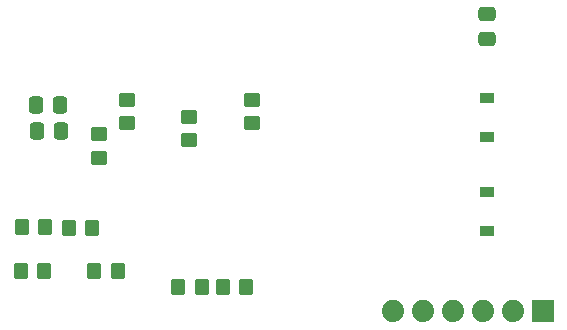
<source format=gbr>
%TF.GenerationSoftware,KiCad,Pcbnew,6.0.11-2627ca5db0~126~ubuntu22.04.1*%
%TF.CreationDate,2023-02-18T01:34:50-05:00*%
%TF.ProjectId,lin-coolant-temperature,6c696e2d-636f-46f6-9c61-6e742d74656d,1.0*%
%TF.SameCoordinates,Original*%
%TF.FileFunction,Paste,Bot*%
%TF.FilePolarity,Positive*%
%FSLAX46Y46*%
G04 Gerber Fmt 4.6, Leading zero omitted, Abs format (unit mm)*
G04 Created by KiCad (PCBNEW 6.0.11-2627ca5db0~126~ubuntu22.04.1) date 2023-02-18 01:34:50*
%MOMM*%
%LPD*%
G01*
G04 APERTURE LIST*
G04 Aperture macros list*
%AMRoundRect*
0 Rectangle with rounded corners*
0 $1 Rounding radius*
0 $2 $3 $4 $5 $6 $7 $8 $9 X,Y pos of 4 corners*
0 Add a 4 corners polygon primitive as box body*
4,1,4,$2,$3,$4,$5,$6,$7,$8,$9,$2,$3,0*
0 Add four circle primitives for the rounded corners*
1,1,$1+$1,$2,$3*
1,1,$1+$1,$4,$5*
1,1,$1+$1,$6,$7*
1,1,$1+$1,$8,$9*
0 Add four rect primitives between the rounded corners*
20,1,$1+$1,$2,$3,$4,$5,0*
20,1,$1+$1,$4,$5,$6,$7,0*
20,1,$1+$1,$6,$7,$8,$9,0*
20,1,$1+$1,$8,$9,$2,$3,0*%
G04 Aperture macros list end*
%ADD10R,1.200000X0.900000*%
%ADD11R,1.879600X1.879600*%
%ADD12C,1.879600*%
%ADD13RoundRect,0.250000X-0.350000X-0.450000X0.350000X-0.450000X0.350000X0.450000X-0.350000X0.450000X0*%
%ADD14RoundRect,0.250000X-0.450000X0.350000X-0.450000X-0.350000X0.450000X-0.350000X0.450000X0.350000X0*%
%ADD15RoundRect,0.250000X0.350000X0.450000X-0.350000X0.450000X-0.350000X-0.450000X0.350000X-0.450000X0*%
%ADD16RoundRect,0.250000X0.475000X-0.337500X0.475000X0.337500X-0.475000X0.337500X-0.475000X-0.337500X0*%
%ADD17RoundRect,0.250000X0.450000X-0.350000X0.450000X0.350000X-0.450000X0.350000X-0.450000X-0.350000X0*%
%ADD18RoundRect,0.250000X0.337500X0.475000X-0.337500X0.475000X-0.337500X-0.475000X0.337500X-0.475000X0*%
%ADD19RoundRect,0.250000X-0.337500X-0.475000X0.337500X-0.475000X0.337500X0.475000X-0.337500X0.475000X0*%
G04 APERTURE END LIST*
D10*
%TO.C,D4*%
X221800000Y-81700000D03*
X221800000Y-85000000D03*
%TD*%
%TO.C,D3*%
X221750000Y-73750000D03*
X221750000Y-77050000D03*
%TD*%
D11*
%TO.C,J1*%
X226520000Y-91800000D03*
D12*
X223980000Y-91800000D03*
X221440000Y-91800000D03*
X218900000Y-91800000D03*
X216360000Y-91800000D03*
X213820000Y-91800000D03*
%TD*%
D13*
%TO.C,R3*%
X195650000Y-89750000D03*
X197650000Y-89750000D03*
%TD*%
D14*
%TO.C,R17*%
X196550000Y-75350000D03*
X196550000Y-77350000D03*
%TD*%
D13*
%TO.C,R6*%
X182400000Y-84725000D03*
X184400000Y-84725000D03*
%TD*%
D15*
%TO.C,R4*%
X201425000Y-89750000D03*
X199425000Y-89750000D03*
%TD*%
D16*
%TO.C,C2*%
X221775000Y-68750000D03*
X221775000Y-66675000D03*
%TD*%
D14*
%TO.C,R13*%
X201900000Y-73900000D03*
X201900000Y-75900000D03*
%TD*%
D13*
%TO.C,R7*%
X186375000Y-84775000D03*
X188375000Y-84775000D03*
%TD*%
%TO.C,R8*%
X182300000Y-88450000D03*
X184300000Y-88450000D03*
%TD*%
D17*
%TO.C,R11*%
X188950000Y-78825000D03*
X188950000Y-76825000D03*
%TD*%
D14*
%TO.C,R15*%
X191300000Y-73900000D03*
X191300000Y-75900000D03*
%TD*%
D15*
%TO.C,R9*%
X190525000Y-88425000D03*
X188525000Y-88425000D03*
%TD*%
D18*
%TO.C,C7*%
X185750000Y-76575000D03*
X183675000Y-76575000D03*
%TD*%
D19*
%TO.C,C8*%
X183600000Y-74325000D03*
X185675000Y-74325000D03*
%TD*%
M02*

</source>
